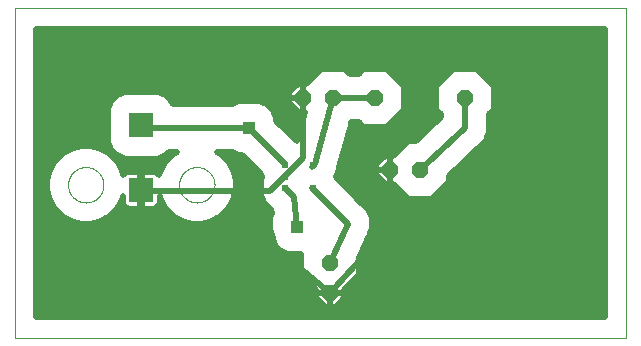
<source format=gtl>
G75*
%MOIN*%
%OFA0B0*%
%FSLAX25Y25*%
%IPPOS*%
%LPD*%
%AMOC8*
5,1,8,0,0,1.08239X$1,22.5*
%
%ADD10C,0.00000*%
%ADD11OC8,0.05200*%
%ADD12R,0.02362X0.01969*%
%ADD13R,0.08268X0.08268*%
%ADD14C,0.02000*%
%ADD15R,0.03962X0.03962*%
D10*
X0002000Y0002000D02*
X0002000Y0111961D01*
X0205701Y0111961D01*
X0205701Y0002000D01*
X0002000Y0002000D01*
X0019590Y0052984D02*
X0019592Y0053137D01*
X0019598Y0053291D01*
X0019608Y0053444D01*
X0019622Y0053596D01*
X0019640Y0053749D01*
X0019662Y0053900D01*
X0019687Y0054051D01*
X0019717Y0054202D01*
X0019751Y0054352D01*
X0019788Y0054500D01*
X0019829Y0054648D01*
X0019874Y0054794D01*
X0019923Y0054940D01*
X0019976Y0055084D01*
X0020032Y0055226D01*
X0020092Y0055367D01*
X0020156Y0055507D01*
X0020223Y0055645D01*
X0020294Y0055781D01*
X0020369Y0055915D01*
X0020446Y0056047D01*
X0020528Y0056177D01*
X0020612Y0056305D01*
X0020700Y0056431D01*
X0020791Y0056554D01*
X0020885Y0056675D01*
X0020983Y0056793D01*
X0021083Y0056909D01*
X0021187Y0057022D01*
X0021293Y0057133D01*
X0021402Y0057241D01*
X0021514Y0057346D01*
X0021628Y0057447D01*
X0021746Y0057546D01*
X0021865Y0057642D01*
X0021987Y0057735D01*
X0022112Y0057824D01*
X0022239Y0057911D01*
X0022368Y0057993D01*
X0022499Y0058073D01*
X0022632Y0058149D01*
X0022767Y0058222D01*
X0022904Y0058291D01*
X0023043Y0058356D01*
X0023183Y0058418D01*
X0023325Y0058476D01*
X0023468Y0058531D01*
X0023613Y0058582D01*
X0023759Y0058629D01*
X0023906Y0058672D01*
X0024054Y0058711D01*
X0024203Y0058747D01*
X0024353Y0058778D01*
X0024504Y0058806D01*
X0024655Y0058830D01*
X0024808Y0058850D01*
X0024960Y0058866D01*
X0025113Y0058878D01*
X0025266Y0058886D01*
X0025419Y0058890D01*
X0025573Y0058890D01*
X0025726Y0058886D01*
X0025879Y0058878D01*
X0026032Y0058866D01*
X0026184Y0058850D01*
X0026337Y0058830D01*
X0026488Y0058806D01*
X0026639Y0058778D01*
X0026789Y0058747D01*
X0026938Y0058711D01*
X0027086Y0058672D01*
X0027233Y0058629D01*
X0027379Y0058582D01*
X0027524Y0058531D01*
X0027667Y0058476D01*
X0027809Y0058418D01*
X0027949Y0058356D01*
X0028088Y0058291D01*
X0028225Y0058222D01*
X0028360Y0058149D01*
X0028493Y0058073D01*
X0028624Y0057993D01*
X0028753Y0057911D01*
X0028880Y0057824D01*
X0029005Y0057735D01*
X0029127Y0057642D01*
X0029246Y0057546D01*
X0029364Y0057447D01*
X0029478Y0057346D01*
X0029590Y0057241D01*
X0029699Y0057133D01*
X0029805Y0057022D01*
X0029909Y0056909D01*
X0030009Y0056793D01*
X0030107Y0056675D01*
X0030201Y0056554D01*
X0030292Y0056431D01*
X0030380Y0056305D01*
X0030464Y0056177D01*
X0030546Y0056047D01*
X0030623Y0055915D01*
X0030698Y0055781D01*
X0030769Y0055645D01*
X0030836Y0055507D01*
X0030900Y0055367D01*
X0030960Y0055226D01*
X0031016Y0055084D01*
X0031069Y0054940D01*
X0031118Y0054794D01*
X0031163Y0054648D01*
X0031204Y0054500D01*
X0031241Y0054352D01*
X0031275Y0054202D01*
X0031305Y0054051D01*
X0031330Y0053900D01*
X0031352Y0053749D01*
X0031370Y0053596D01*
X0031384Y0053444D01*
X0031394Y0053291D01*
X0031400Y0053137D01*
X0031402Y0052984D01*
X0031400Y0052831D01*
X0031394Y0052677D01*
X0031384Y0052524D01*
X0031370Y0052372D01*
X0031352Y0052219D01*
X0031330Y0052068D01*
X0031305Y0051917D01*
X0031275Y0051766D01*
X0031241Y0051616D01*
X0031204Y0051468D01*
X0031163Y0051320D01*
X0031118Y0051174D01*
X0031069Y0051028D01*
X0031016Y0050884D01*
X0030960Y0050742D01*
X0030900Y0050601D01*
X0030836Y0050461D01*
X0030769Y0050323D01*
X0030698Y0050187D01*
X0030623Y0050053D01*
X0030546Y0049921D01*
X0030464Y0049791D01*
X0030380Y0049663D01*
X0030292Y0049537D01*
X0030201Y0049414D01*
X0030107Y0049293D01*
X0030009Y0049175D01*
X0029909Y0049059D01*
X0029805Y0048946D01*
X0029699Y0048835D01*
X0029590Y0048727D01*
X0029478Y0048622D01*
X0029364Y0048521D01*
X0029246Y0048422D01*
X0029127Y0048326D01*
X0029005Y0048233D01*
X0028880Y0048144D01*
X0028753Y0048057D01*
X0028624Y0047975D01*
X0028493Y0047895D01*
X0028360Y0047819D01*
X0028225Y0047746D01*
X0028088Y0047677D01*
X0027949Y0047612D01*
X0027809Y0047550D01*
X0027667Y0047492D01*
X0027524Y0047437D01*
X0027379Y0047386D01*
X0027233Y0047339D01*
X0027086Y0047296D01*
X0026938Y0047257D01*
X0026789Y0047221D01*
X0026639Y0047190D01*
X0026488Y0047162D01*
X0026337Y0047138D01*
X0026184Y0047118D01*
X0026032Y0047102D01*
X0025879Y0047090D01*
X0025726Y0047082D01*
X0025573Y0047078D01*
X0025419Y0047078D01*
X0025266Y0047082D01*
X0025113Y0047090D01*
X0024960Y0047102D01*
X0024808Y0047118D01*
X0024655Y0047138D01*
X0024504Y0047162D01*
X0024353Y0047190D01*
X0024203Y0047221D01*
X0024054Y0047257D01*
X0023906Y0047296D01*
X0023759Y0047339D01*
X0023613Y0047386D01*
X0023468Y0047437D01*
X0023325Y0047492D01*
X0023183Y0047550D01*
X0023043Y0047612D01*
X0022904Y0047677D01*
X0022767Y0047746D01*
X0022632Y0047819D01*
X0022499Y0047895D01*
X0022368Y0047975D01*
X0022239Y0048057D01*
X0022112Y0048144D01*
X0021987Y0048233D01*
X0021865Y0048326D01*
X0021746Y0048422D01*
X0021628Y0048521D01*
X0021514Y0048622D01*
X0021402Y0048727D01*
X0021293Y0048835D01*
X0021187Y0048946D01*
X0021083Y0049059D01*
X0020983Y0049175D01*
X0020885Y0049293D01*
X0020791Y0049414D01*
X0020700Y0049537D01*
X0020612Y0049663D01*
X0020528Y0049791D01*
X0020446Y0049921D01*
X0020369Y0050053D01*
X0020294Y0050187D01*
X0020223Y0050323D01*
X0020156Y0050461D01*
X0020092Y0050601D01*
X0020032Y0050742D01*
X0019976Y0050884D01*
X0019923Y0051028D01*
X0019874Y0051174D01*
X0019829Y0051320D01*
X0019788Y0051468D01*
X0019751Y0051616D01*
X0019717Y0051766D01*
X0019687Y0051917D01*
X0019662Y0052068D01*
X0019640Y0052219D01*
X0019622Y0052372D01*
X0019608Y0052524D01*
X0019598Y0052677D01*
X0019592Y0052831D01*
X0019590Y0052984D01*
X0056598Y0052984D02*
X0056600Y0053137D01*
X0056606Y0053291D01*
X0056616Y0053444D01*
X0056630Y0053596D01*
X0056648Y0053749D01*
X0056670Y0053900D01*
X0056695Y0054051D01*
X0056725Y0054202D01*
X0056759Y0054352D01*
X0056796Y0054500D01*
X0056837Y0054648D01*
X0056882Y0054794D01*
X0056931Y0054940D01*
X0056984Y0055084D01*
X0057040Y0055226D01*
X0057100Y0055367D01*
X0057164Y0055507D01*
X0057231Y0055645D01*
X0057302Y0055781D01*
X0057377Y0055915D01*
X0057454Y0056047D01*
X0057536Y0056177D01*
X0057620Y0056305D01*
X0057708Y0056431D01*
X0057799Y0056554D01*
X0057893Y0056675D01*
X0057991Y0056793D01*
X0058091Y0056909D01*
X0058195Y0057022D01*
X0058301Y0057133D01*
X0058410Y0057241D01*
X0058522Y0057346D01*
X0058636Y0057447D01*
X0058754Y0057546D01*
X0058873Y0057642D01*
X0058995Y0057735D01*
X0059120Y0057824D01*
X0059247Y0057911D01*
X0059376Y0057993D01*
X0059507Y0058073D01*
X0059640Y0058149D01*
X0059775Y0058222D01*
X0059912Y0058291D01*
X0060051Y0058356D01*
X0060191Y0058418D01*
X0060333Y0058476D01*
X0060476Y0058531D01*
X0060621Y0058582D01*
X0060767Y0058629D01*
X0060914Y0058672D01*
X0061062Y0058711D01*
X0061211Y0058747D01*
X0061361Y0058778D01*
X0061512Y0058806D01*
X0061663Y0058830D01*
X0061816Y0058850D01*
X0061968Y0058866D01*
X0062121Y0058878D01*
X0062274Y0058886D01*
X0062427Y0058890D01*
X0062581Y0058890D01*
X0062734Y0058886D01*
X0062887Y0058878D01*
X0063040Y0058866D01*
X0063192Y0058850D01*
X0063345Y0058830D01*
X0063496Y0058806D01*
X0063647Y0058778D01*
X0063797Y0058747D01*
X0063946Y0058711D01*
X0064094Y0058672D01*
X0064241Y0058629D01*
X0064387Y0058582D01*
X0064532Y0058531D01*
X0064675Y0058476D01*
X0064817Y0058418D01*
X0064957Y0058356D01*
X0065096Y0058291D01*
X0065233Y0058222D01*
X0065368Y0058149D01*
X0065501Y0058073D01*
X0065632Y0057993D01*
X0065761Y0057911D01*
X0065888Y0057824D01*
X0066013Y0057735D01*
X0066135Y0057642D01*
X0066254Y0057546D01*
X0066372Y0057447D01*
X0066486Y0057346D01*
X0066598Y0057241D01*
X0066707Y0057133D01*
X0066813Y0057022D01*
X0066917Y0056909D01*
X0067017Y0056793D01*
X0067115Y0056675D01*
X0067209Y0056554D01*
X0067300Y0056431D01*
X0067388Y0056305D01*
X0067472Y0056177D01*
X0067554Y0056047D01*
X0067631Y0055915D01*
X0067706Y0055781D01*
X0067777Y0055645D01*
X0067844Y0055507D01*
X0067908Y0055367D01*
X0067968Y0055226D01*
X0068024Y0055084D01*
X0068077Y0054940D01*
X0068126Y0054794D01*
X0068171Y0054648D01*
X0068212Y0054500D01*
X0068249Y0054352D01*
X0068283Y0054202D01*
X0068313Y0054051D01*
X0068338Y0053900D01*
X0068360Y0053749D01*
X0068378Y0053596D01*
X0068392Y0053444D01*
X0068402Y0053291D01*
X0068408Y0053137D01*
X0068410Y0052984D01*
X0068408Y0052831D01*
X0068402Y0052677D01*
X0068392Y0052524D01*
X0068378Y0052372D01*
X0068360Y0052219D01*
X0068338Y0052068D01*
X0068313Y0051917D01*
X0068283Y0051766D01*
X0068249Y0051616D01*
X0068212Y0051468D01*
X0068171Y0051320D01*
X0068126Y0051174D01*
X0068077Y0051028D01*
X0068024Y0050884D01*
X0067968Y0050742D01*
X0067908Y0050601D01*
X0067844Y0050461D01*
X0067777Y0050323D01*
X0067706Y0050187D01*
X0067631Y0050053D01*
X0067554Y0049921D01*
X0067472Y0049791D01*
X0067388Y0049663D01*
X0067300Y0049537D01*
X0067209Y0049414D01*
X0067115Y0049293D01*
X0067017Y0049175D01*
X0066917Y0049059D01*
X0066813Y0048946D01*
X0066707Y0048835D01*
X0066598Y0048727D01*
X0066486Y0048622D01*
X0066372Y0048521D01*
X0066254Y0048422D01*
X0066135Y0048326D01*
X0066013Y0048233D01*
X0065888Y0048144D01*
X0065761Y0048057D01*
X0065632Y0047975D01*
X0065501Y0047895D01*
X0065368Y0047819D01*
X0065233Y0047746D01*
X0065096Y0047677D01*
X0064957Y0047612D01*
X0064817Y0047550D01*
X0064675Y0047492D01*
X0064532Y0047437D01*
X0064387Y0047386D01*
X0064241Y0047339D01*
X0064094Y0047296D01*
X0063946Y0047257D01*
X0063797Y0047221D01*
X0063647Y0047190D01*
X0063496Y0047162D01*
X0063345Y0047138D01*
X0063192Y0047118D01*
X0063040Y0047102D01*
X0062887Y0047090D01*
X0062734Y0047082D01*
X0062581Y0047078D01*
X0062427Y0047078D01*
X0062274Y0047082D01*
X0062121Y0047090D01*
X0061968Y0047102D01*
X0061816Y0047118D01*
X0061663Y0047138D01*
X0061512Y0047162D01*
X0061361Y0047190D01*
X0061211Y0047221D01*
X0061062Y0047257D01*
X0060914Y0047296D01*
X0060767Y0047339D01*
X0060621Y0047386D01*
X0060476Y0047437D01*
X0060333Y0047492D01*
X0060191Y0047550D01*
X0060051Y0047612D01*
X0059912Y0047677D01*
X0059775Y0047746D01*
X0059640Y0047819D01*
X0059507Y0047895D01*
X0059376Y0047975D01*
X0059247Y0048057D01*
X0059120Y0048144D01*
X0058995Y0048233D01*
X0058873Y0048326D01*
X0058754Y0048422D01*
X0058636Y0048521D01*
X0058522Y0048622D01*
X0058410Y0048727D01*
X0058301Y0048835D01*
X0058195Y0048946D01*
X0058091Y0049059D01*
X0057991Y0049175D01*
X0057893Y0049293D01*
X0057799Y0049414D01*
X0057708Y0049537D01*
X0057620Y0049663D01*
X0057536Y0049791D01*
X0057454Y0049921D01*
X0057377Y0050053D01*
X0057302Y0050187D01*
X0057231Y0050323D01*
X0057164Y0050461D01*
X0057100Y0050601D01*
X0057040Y0050742D01*
X0056984Y0050884D01*
X0056931Y0051028D01*
X0056882Y0051174D01*
X0056837Y0051320D01*
X0056796Y0051468D01*
X0056759Y0051616D01*
X0056725Y0051766D01*
X0056695Y0051917D01*
X0056670Y0052068D01*
X0056648Y0052219D01*
X0056630Y0052372D01*
X0056616Y0052524D01*
X0056606Y0052677D01*
X0056600Y0052831D01*
X0056598Y0052984D01*
D11*
X0107000Y0027000D03*
X0107000Y0017000D03*
X0127000Y0058000D03*
X0137000Y0058000D03*
X0122000Y0082000D03*
X0108000Y0082000D03*
X0098000Y0082000D03*
X0152000Y0082000D03*
D12*
X0101252Y0059480D03*
X0092000Y0059480D03*
X0092000Y0055740D03*
X0092000Y0052000D03*
X0101252Y0052000D03*
D13*
X0044000Y0051173D03*
X0044000Y0072827D03*
D14*
X0044000Y0072000D02*
X0080000Y0072000D01*
X0092000Y0060000D01*
X0098000Y0062000D02*
X0087000Y0051000D01*
X0083000Y0051000D01*
X0089000Y0032000D01*
X0107000Y0017000D01*
X0127000Y0039000D01*
X0127000Y0058000D01*
X0127000Y0058000D01*
X0127000Y0062600D01*
X0128024Y0062600D01*
X0133024Y0067600D01*
X0135561Y0067600D01*
X0144000Y0075476D01*
X0144000Y0076424D01*
X0142400Y0078024D01*
X0142400Y0085976D01*
X0148024Y0091600D01*
X0155976Y0091600D01*
X0161600Y0085976D01*
X0161600Y0078024D01*
X0160000Y0076424D01*
X0160000Y0073448D01*
X0160050Y0073315D01*
X0160000Y0071862D01*
X0160000Y0070409D01*
X0159945Y0070277D01*
X0159940Y0070134D01*
X0159338Y0068811D01*
X0158782Y0067468D01*
X0158681Y0067367D01*
X0158622Y0067237D01*
X0157559Y0066246D01*
X0156532Y0065218D01*
X0156400Y0065163D01*
X0146600Y0056017D01*
X0146600Y0054024D01*
X0140976Y0048400D01*
X0133024Y0048400D01*
X0128024Y0053400D01*
X0127000Y0053400D01*
X0127000Y0058000D01*
X0127000Y0062600D01*
X0125095Y0062600D01*
X0122400Y0059905D01*
X0122400Y0058000D01*
X0127000Y0058000D01*
X0127000Y0058000D01*
X0127000Y0058000D01*
X0127000Y0053400D01*
X0125095Y0053400D01*
X0122400Y0056095D01*
X0122400Y0058000D01*
X0127000Y0058000D01*
X0127000Y0057854D02*
X0127000Y0057854D01*
X0127000Y0055856D02*
X0127000Y0055856D01*
X0127000Y0053857D02*
X0127000Y0053857D01*
X0124638Y0053857D02*
X0110457Y0053857D01*
X0109077Y0055237D02*
X0108881Y0055708D01*
X0108981Y0055949D01*
X0109299Y0056360D01*
X0109585Y0057406D01*
X0110000Y0058409D01*
X0110000Y0058929D01*
X0114110Y0074000D01*
X0116424Y0074000D01*
X0118024Y0072400D01*
X0125976Y0072400D01*
X0131600Y0078024D01*
X0131600Y0085976D01*
X0125976Y0091600D01*
X0118024Y0091600D01*
X0116424Y0090000D01*
X0113576Y0090000D01*
X0111976Y0091600D01*
X0104024Y0091600D01*
X0099024Y0086600D01*
X0098000Y0086600D01*
X0098000Y0082000D01*
X0098000Y0062000D01*
X0101000Y0059000D02*
X0102000Y0060000D01*
X0108000Y0082000D01*
X0122000Y0082000D01*
X0131600Y0081836D02*
X0142400Y0081836D01*
X0142400Y0079838D02*
X0131600Y0079838D01*
X0131416Y0077839D02*
X0142584Y0077839D01*
X0144000Y0075841D02*
X0129417Y0075841D01*
X0127419Y0073842D02*
X0142249Y0073842D01*
X0140108Y0071844D02*
X0113522Y0071844D01*
X0114067Y0073842D02*
X0116581Y0073842D01*
X0112977Y0069845D02*
X0137967Y0069845D01*
X0135825Y0067847D02*
X0112432Y0067847D01*
X0111887Y0065848D02*
X0131272Y0065848D01*
X0129273Y0063850D02*
X0111342Y0063850D01*
X0110797Y0061851D02*
X0124346Y0061851D01*
X0127000Y0061851D02*
X0127000Y0061851D01*
X0127000Y0059853D02*
X0127000Y0059853D01*
X0122400Y0059853D02*
X0110252Y0059853D01*
X0109770Y0057854D02*
X0122400Y0057854D01*
X0122639Y0055856D02*
X0108942Y0055856D01*
X0109077Y0055237D02*
X0117648Y0046666D01*
X0117797Y0046597D01*
X0118769Y0045545D01*
X0119782Y0044532D01*
X0119845Y0044380D01*
X0119957Y0044259D01*
X0120452Y0042915D01*
X0121000Y0041591D01*
X0121000Y0041427D01*
X0121057Y0041272D01*
X0121000Y0039841D01*
X0121000Y0038409D01*
X0120937Y0038257D01*
X0120931Y0038092D01*
X0120330Y0036792D01*
X0119782Y0035468D01*
X0119666Y0035352D01*
X0116600Y0028710D01*
X0116600Y0023024D01*
X0111600Y0018024D01*
X0111600Y0017000D01*
X0107000Y0017000D01*
X0107000Y0017000D01*
X0107000Y0017000D01*
X0102400Y0017000D01*
X0102400Y0018024D01*
X0097400Y0023024D01*
X0097400Y0030019D01*
X0092627Y0030019D01*
X0090054Y0031085D01*
X0088085Y0033054D01*
X0087019Y0035627D01*
X0087019Y0042373D01*
X0087505Y0043548D01*
X0087373Y0044866D01*
X0086854Y0045081D01*
X0084885Y0047051D01*
X0083819Y0049623D01*
X0083819Y0054377D01*
X0084384Y0055740D01*
X0083986Y0056700D01*
X0077667Y0063019D01*
X0076627Y0063019D01*
X0074258Y0064000D01*
X0069235Y0064000D01*
X0070428Y0063311D01*
X0072831Y0060908D01*
X0074530Y0057966D01*
X0075409Y0054683D01*
X0075409Y0051285D01*
X0074530Y0048003D01*
X0072831Y0045060D01*
X0070428Y0042657D01*
X0067485Y0040958D01*
X0064203Y0040079D01*
X0060805Y0040079D01*
X0057523Y0040958D01*
X0054580Y0042657D01*
X0052177Y0045060D01*
X0050478Y0048003D01*
X0050134Y0049287D01*
X0050134Y0046776D01*
X0049998Y0046267D01*
X0049734Y0045811D01*
X0049362Y0045439D01*
X0048906Y0045176D01*
X0048397Y0045039D01*
X0044378Y0045039D01*
X0044378Y0050795D01*
X0043622Y0050795D01*
X0043622Y0045039D01*
X0039603Y0045039D01*
X0039094Y0045176D01*
X0038638Y0045439D01*
X0038266Y0045811D01*
X0038002Y0046267D01*
X0037866Y0046776D01*
X0037866Y0049287D01*
X0037522Y0048003D01*
X0035823Y0045060D01*
X0033420Y0042657D01*
X0030477Y0040958D01*
X0027195Y0040079D01*
X0023797Y0040079D01*
X0020515Y0040958D01*
X0017572Y0042657D01*
X0015169Y0045060D01*
X0013470Y0048003D01*
X0012591Y0051285D01*
X0012591Y0054683D01*
X0013470Y0057966D01*
X0015169Y0060908D01*
X0017572Y0063311D01*
X0020515Y0065010D01*
X0023797Y0065890D01*
X0027195Y0065890D01*
X0030477Y0065010D01*
X0033420Y0063311D01*
X0035823Y0060908D01*
X0037522Y0057966D01*
X0038020Y0056109D01*
X0038266Y0056535D01*
X0038638Y0056907D01*
X0039094Y0057171D01*
X0039603Y0057307D01*
X0043622Y0057307D01*
X0043622Y0051551D01*
X0044378Y0051551D01*
X0044378Y0057307D01*
X0048397Y0057307D01*
X0048906Y0057171D01*
X0049362Y0056907D01*
X0049734Y0056535D01*
X0049980Y0056109D01*
X0050478Y0057966D01*
X0052177Y0060908D01*
X0054580Y0063311D01*
X0055773Y0064000D01*
X0053340Y0064000D01*
X0052099Y0062759D01*
X0049526Y0061693D01*
X0038474Y0061693D01*
X0035901Y0062759D01*
X0033932Y0064728D01*
X0032866Y0067301D01*
X0032866Y0078353D01*
X0033932Y0080926D01*
X0035901Y0082895D01*
X0038474Y0083961D01*
X0049526Y0083961D01*
X0052099Y0082895D01*
X0054068Y0080926D01*
X0054452Y0080000D01*
X0074258Y0080000D01*
X0076627Y0080981D01*
X0083373Y0080981D01*
X0085946Y0079915D01*
X0087915Y0077946D01*
X0088981Y0075373D01*
X0088981Y0074333D01*
X0095766Y0067547D01*
X0098453Y0077400D01*
X0098000Y0077400D01*
X0098000Y0082000D01*
X0098000Y0082000D01*
X0098000Y0082000D01*
X0098000Y0082000D01*
X0093400Y0082000D01*
X0093400Y0083905D01*
X0096095Y0086600D01*
X0098000Y0086600D01*
X0098000Y0082000D01*
X0098000Y0077400D01*
X0096095Y0077400D01*
X0093400Y0080095D01*
X0093400Y0082000D01*
X0098000Y0082000D01*
X0098000Y0081836D02*
X0098000Y0081836D01*
X0098000Y0079838D02*
X0098000Y0079838D01*
X0098000Y0077839D02*
X0098000Y0077839D01*
X0098028Y0075841D02*
X0088788Y0075841D01*
X0089471Y0073842D02*
X0097483Y0073842D01*
X0096938Y0071844D02*
X0091470Y0071844D01*
X0093469Y0069845D02*
X0096393Y0069845D01*
X0095848Y0067847D02*
X0095467Y0067847D01*
X0080834Y0059853D02*
X0073440Y0059853D01*
X0074560Y0057854D02*
X0082832Y0057854D01*
X0084336Y0055856D02*
X0075095Y0055856D01*
X0075409Y0053857D02*
X0083819Y0053857D01*
X0083819Y0051859D02*
X0075409Y0051859D01*
X0075028Y0049860D02*
X0083819Y0049860D01*
X0083000Y0051000D02*
X0044000Y0051000D01*
X0043622Y0051859D02*
X0044378Y0051859D01*
X0044378Y0053857D02*
X0043622Y0053857D01*
X0043622Y0055856D02*
X0044378Y0055856D01*
X0050448Y0057854D02*
X0037552Y0057854D01*
X0036433Y0059853D02*
X0051567Y0059853D01*
X0053120Y0061851D02*
X0049908Y0061851D01*
X0053190Y0063850D02*
X0055512Y0063850D01*
X0069496Y0063850D02*
X0074621Y0063850D01*
X0071888Y0061851D02*
X0078835Y0061851D01*
X0092000Y0052000D02*
X0095000Y0049000D01*
X0096000Y0039000D01*
X0087474Y0043865D02*
X0071635Y0043865D01*
X0073294Y0045863D02*
X0086072Y0045863D01*
X0084549Y0047862D02*
X0074448Y0047862D01*
X0069058Y0041866D02*
X0087019Y0041866D01*
X0087019Y0039868D02*
X0009000Y0039868D01*
X0009000Y0037869D02*
X0087019Y0037869D01*
X0087019Y0035870D02*
X0009000Y0035870D01*
X0009000Y0033872D02*
X0087746Y0033872D01*
X0089265Y0031873D02*
X0009000Y0031873D01*
X0009000Y0029875D02*
X0097400Y0029875D01*
X0097400Y0027876D02*
X0009000Y0027876D01*
X0009000Y0025878D02*
X0097400Y0025878D01*
X0097400Y0023879D02*
X0009000Y0023879D01*
X0009000Y0021881D02*
X0098543Y0021881D01*
X0100541Y0019882D02*
X0009000Y0019882D01*
X0009000Y0017884D02*
X0102400Y0017884D01*
X0102400Y0017000D02*
X0102400Y0015095D01*
X0105095Y0012400D01*
X0107000Y0012400D01*
X0108905Y0012400D01*
X0111600Y0015095D01*
X0111600Y0017000D01*
X0107000Y0017000D01*
X0107000Y0012400D01*
X0107000Y0017000D01*
X0107000Y0017000D01*
X0102400Y0017000D01*
X0102400Y0015885D02*
X0009000Y0015885D01*
X0009000Y0013887D02*
X0103608Y0013887D01*
X0107000Y0013887D02*
X0107000Y0013887D01*
X0107000Y0015885D02*
X0107000Y0015885D01*
X0110392Y0013887D02*
X0198701Y0013887D01*
X0198701Y0015885D02*
X0111600Y0015885D01*
X0111600Y0017884D02*
X0198701Y0017884D01*
X0198701Y0019882D02*
X0113459Y0019882D01*
X0115457Y0021881D02*
X0198701Y0021881D01*
X0198701Y0023879D02*
X0116600Y0023879D01*
X0116600Y0025878D02*
X0198701Y0025878D01*
X0198701Y0027876D02*
X0116600Y0027876D01*
X0117138Y0029875D02*
X0198701Y0029875D01*
X0198701Y0031873D02*
X0118060Y0031873D01*
X0118983Y0033872D02*
X0198701Y0033872D01*
X0198701Y0035870D02*
X0119949Y0035870D01*
X0120827Y0037869D02*
X0198701Y0037869D01*
X0198701Y0039868D02*
X0121001Y0039868D01*
X0120886Y0041866D02*
X0198701Y0041866D01*
X0198701Y0043865D02*
X0120102Y0043865D01*
X0118475Y0045863D02*
X0198701Y0045863D01*
X0198701Y0047862D02*
X0116452Y0047862D01*
X0114454Y0049860D02*
X0131563Y0049860D01*
X0129565Y0051859D02*
X0112455Y0051859D01*
X0101000Y0052000D02*
X0113000Y0040000D01*
X0107000Y0027000D01*
X0142437Y0049860D02*
X0198701Y0049860D01*
X0198701Y0051859D02*
X0144435Y0051859D01*
X0146434Y0053857D02*
X0198701Y0053857D01*
X0198701Y0055856D02*
X0146600Y0055856D01*
X0148568Y0057854D02*
X0198701Y0057854D01*
X0198701Y0059853D02*
X0150710Y0059853D01*
X0152851Y0061851D02*
X0198701Y0061851D01*
X0198701Y0063850D02*
X0154992Y0063850D01*
X0157162Y0065848D02*
X0198701Y0065848D01*
X0198701Y0067847D02*
X0158939Y0067847D01*
X0159809Y0069845D02*
X0198701Y0069845D01*
X0198701Y0071844D02*
X0160000Y0071844D01*
X0160000Y0073842D02*
X0198701Y0073842D01*
X0198701Y0075841D02*
X0160000Y0075841D01*
X0161416Y0077839D02*
X0198701Y0077839D01*
X0198701Y0079838D02*
X0161600Y0079838D01*
X0161600Y0081836D02*
X0198701Y0081836D01*
X0198701Y0083835D02*
X0161600Y0083835D01*
X0161600Y0085833D02*
X0198701Y0085833D01*
X0198701Y0087832D02*
X0159745Y0087832D01*
X0157746Y0089830D02*
X0198701Y0089830D01*
X0198701Y0091829D02*
X0009000Y0091829D01*
X0009000Y0093827D02*
X0198701Y0093827D01*
X0198701Y0095826D02*
X0009000Y0095826D01*
X0009000Y0097824D02*
X0198701Y0097824D01*
X0198701Y0099823D02*
X0009000Y0099823D01*
X0009000Y0101821D02*
X0198701Y0101821D01*
X0198701Y0103820D02*
X0009000Y0103820D01*
X0009000Y0104961D02*
X0198701Y0104961D01*
X0198701Y0009000D01*
X0009000Y0009000D01*
X0009000Y0104961D01*
X0009000Y0089830D02*
X0102254Y0089830D01*
X0100255Y0087832D02*
X0009000Y0087832D01*
X0009000Y0085833D02*
X0095328Y0085833D01*
X0098000Y0085833D02*
X0098000Y0085833D01*
X0098000Y0083835D02*
X0098000Y0083835D01*
X0093400Y0083835D02*
X0049830Y0083835D01*
X0053158Y0081836D02*
X0093400Y0081836D01*
X0093657Y0079838D02*
X0086024Y0079838D01*
X0087960Y0077839D02*
X0095655Y0077839D01*
X0127746Y0089830D02*
X0146254Y0089830D01*
X0144255Y0087832D02*
X0129745Y0087832D01*
X0131600Y0085833D02*
X0142400Y0085833D01*
X0142400Y0083835D02*
X0131600Y0083835D01*
X0152000Y0083000D02*
X0152000Y0072000D01*
X0137000Y0058000D01*
X0055950Y0041866D02*
X0032050Y0041866D01*
X0034627Y0043865D02*
X0053373Y0043865D01*
X0051713Y0045863D02*
X0049764Y0045863D01*
X0050134Y0047862D02*
X0050560Y0047862D01*
X0044378Y0047862D02*
X0043622Y0047862D01*
X0043622Y0045863D02*
X0044378Y0045863D01*
X0044378Y0049860D02*
X0043622Y0049860D01*
X0037866Y0047862D02*
X0037440Y0047862D01*
X0038236Y0045863D02*
X0036287Y0045863D01*
X0018942Y0041866D02*
X0009000Y0041866D01*
X0009000Y0043865D02*
X0016365Y0043865D01*
X0014705Y0045863D02*
X0009000Y0045863D01*
X0009000Y0047862D02*
X0013552Y0047862D01*
X0012972Y0049860D02*
X0009000Y0049860D01*
X0009000Y0051859D02*
X0012591Y0051859D01*
X0012591Y0053857D02*
X0009000Y0053857D01*
X0009000Y0055856D02*
X0012905Y0055856D01*
X0013440Y0057854D02*
X0009000Y0057854D01*
X0009000Y0059853D02*
X0014560Y0059853D01*
X0016112Y0061851D02*
X0009000Y0061851D01*
X0009000Y0063850D02*
X0018504Y0063850D01*
X0023642Y0065848D02*
X0009000Y0065848D01*
X0009000Y0067847D02*
X0032866Y0067847D01*
X0032866Y0069845D02*
X0009000Y0069845D01*
X0009000Y0071844D02*
X0032866Y0071844D01*
X0032866Y0073842D02*
X0009000Y0073842D01*
X0009000Y0075841D02*
X0032866Y0075841D01*
X0032866Y0077839D02*
X0009000Y0077839D01*
X0009000Y0079838D02*
X0033481Y0079838D01*
X0034842Y0081836D02*
X0009000Y0081836D01*
X0009000Y0083835D02*
X0038170Y0083835D01*
X0033468Y0065848D02*
X0027350Y0065848D01*
X0032488Y0063850D02*
X0034810Y0063850D01*
X0034880Y0061851D02*
X0038092Y0061851D01*
X0009000Y0011888D02*
X0198701Y0011888D01*
X0198701Y0009890D02*
X0009000Y0009890D01*
D15*
X0096000Y0039000D03*
X0080000Y0072000D03*
M02*

</source>
